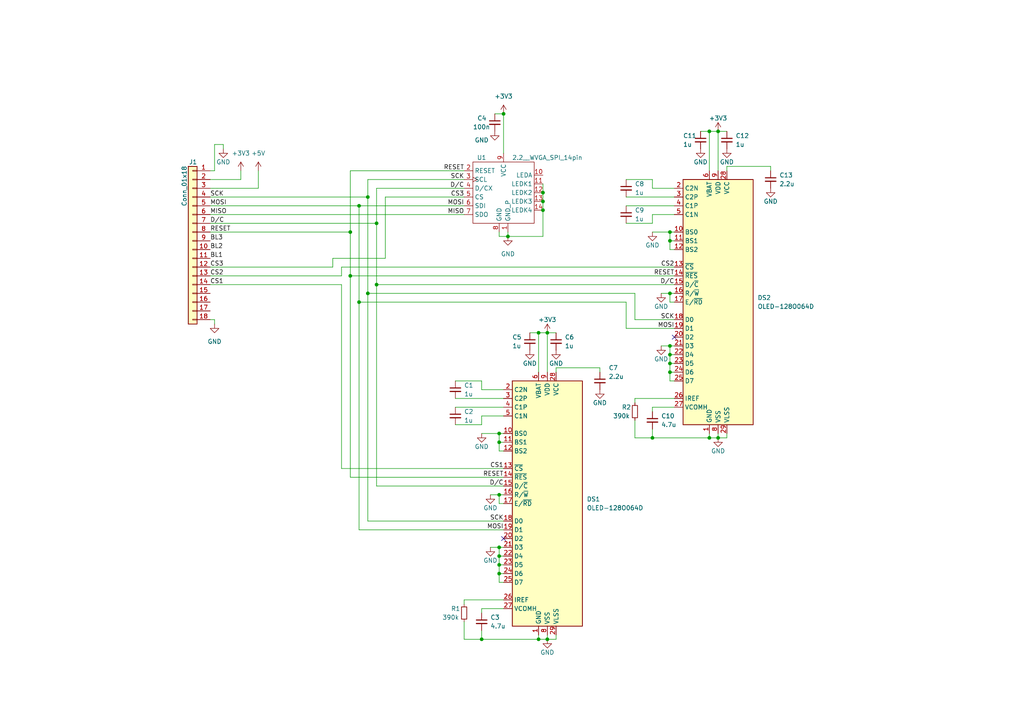
<source format=kicad_sch>
(kicad_sch (version 20211123) (generator eeschema)
  (paper "A4")
  (lib_symbols
    (symbol "Connector_Generic:Conn_01x18" (pin_names (offset 1.016) hide)
      (property "Reference" "J" (at 0 22.86 0))
      (property "Value" "Conn_01x18" (at 0 -25.4 0))
      (symbol "Conn_01x18_1_1"
        (rectangle (start -1.27 -22.733) (end 0 -22.987) (stroke (width 0.1524)))
        (rectangle (start -1.27 -20.193) (end 0 -20.447) (stroke (width 0.1524)))
        (rectangle (start -1.27 -17.653) (end 0 -17.907) (stroke (width 0.1524)))
        (rectangle (start -1.27 -15.113) (end 0 -15.367) (stroke (width 0.1524)))
        (rectangle (start -1.27 -12.573) (end 0 -12.827) (stroke (width 0.1524)))
        (rectangle (start -1.27 -10.033) (end 0 -10.287) (stroke (width 0.1524)))
        (rectangle (start -1.27 -7.493) (end 0 -7.747) (stroke (width 0.1524)))
        (rectangle (start -1.27 -4.953) (end 0 -5.207) (stroke (width 0.1524)))
        (rectangle (start -1.27 -2.413) (end 0 -2.667) (stroke (width 0.1524)))
        (rectangle (start -1.27 0.127) (end 0 -0.127) (stroke (width 0.1524)))
        (rectangle (start -1.27 2.667) (end 0 2.413) (stroke (width 0.1524)))
        (rectangle (start -1.27 5.207) (end 0 4.953) (stroke (width 0.1524)))
        (rectangle (start -1.27 7.747) (end 0 7.493) (stroke (width 0.1524)))
        (rectangle (start -1.27 10.287) (end 0 10.033) (stroke (width 0.1524)))
        (rectangle (start -1.27 12.827) (end 0 12.573) (stroke (width 0.1524)))
        (rectangle (start -1.27 15.367) (end 0 15.113) (stroke (width 0.1524)))
        (rectangle (start -1.27 17.907) (end 0 17.653) (stroke (width 0.1524)))
        (rectangle (start -1.27 20.447) (end 0 20.193) (stroke (width 0.1524)))
        (rectangle (start -1.27 21.59) (end 1.27 -24.13) (stroke (width 0.254)) (fill (type background)))
        (pin passive line (at -5.08 20.32 0) (length 3.81) (name "Pin_1") (number "1"))
        (pin passive line (at -5.08 -2.54 0) (length 3.81) (name "Pin_10") (number "10"))
        (pin passive line (at -5.08 -5.08 0) (length 3.81) (name "Pin_11") (number "11"))
        (pin passive line (at -5.08 -7.62 0) (length 3.81) (name "Pin_12") (number "12"))
        (pin passive line (at -5.08 -10.16 0) (length 3.81) (name "Pin_13") (number "13"))
        (pin passive line (at -5.08 -12.7 0) (length 3.81) (name "Pin_14") (number "14"))
        (pin passive line (at -5.08 -15.24 0) (length 3.81) (name "Pin_15") (number "15"))
        (pin passive line (at -5.08 -17.78 0) (length 3.81) (name "Pin_16") (number "16"))
        (pin passive line (at -5.08 -20.32 0) (length 3.81) (name "Pin_17") (number "17"))
        (pin passive line (at -5.08 -22.86 0) (length 3.81) (name "Pin_18") (number "18"))
        (pin passive line (at -5.08 17.78 0) (length 3.81) (name "Pin_2") (number "2"))
        (pin passive line (at -5.08 15.24 0) (length 3.81) (name "Pin_3") (number "3"))
        (pin passive line (at -5.08 12.7 0) (length 3.81) (name "Pin_4") (number "4"))
        (pin passive line (at -5.08 10.16 0) (length 3.81) (name "Pin_5") (number "5"))
        (pin passive line (at -5.08 7.62 0) (length 3.81) (name "Pin_6") (number "6"))
        (pin passive line (at -5.08 5.08 0) (length 3.81) (name "Pin_7") (number "7"))
        (pin passive line (at -5.08 2.54 0) (length 3.81) (name "Pin_8") (number "8"))
        (pin passive line (at -5.08 0 0) (length 3.81) (name "Pin_9") (number "9"))
      )
    )
    (symbol "Device:C_Small" (pin_numbers hide) (pin_names (offset 0.254) hide)
      (property "Reference" "C" (at 0.254 1.778 0))
      (property "Value" "C_Small" (at 0.254 -2.032 0))
      (symbol "C_Small_0_1"
        (polyline (pts (xy -1.524 -0.508) (xy 1.524 -0.508)) (stroke (width 0.3302)))
        (polyline (pts (xy -1.524 0.508) (xy 1.524 0.508)) (stroke (width 0.3048)))
      )
      (symbol "C_Small_1_1"
        (pin passive line (at 0 2.54 270) (length 2.032) (name "~") (number "1"))
        (pin passive line (at 0 -2.54 90) (length 2.032) (name "~") (number "2"))
      )
    )
    (symbol "Device:R_Small" (pin_numbers hide) (pin_names (offset 0.254) hide)
      (property "Reference" "R" (at 0.762 0.508 0))
      (property "Value" "R_Small" (at 0.762 -1.016 0))
      (symbol "R_Small_0_1"
        (rectangle (start -0.762 1.778) (end 0.762 -1.778) (stroke (width 0.2032)))
      )
      (symbol "R_Small_1_1"
        (pin passive line (at 0 2.54 270) (length 0.762) (name "~") (number "1"))
        (pin passive line (at 0 -2.54 90) (length 0.762) (name "~") (number "2"))
      )
    )
    (symbol "Display_Graphic:OLED-128O064D"
      (property "Reference" "DS" (at -10.16 38.1 0))
      (property "Value" "OLED-128O064D" (at 12.7 38.1 0))
      (symbol "OLED-128O064D_0_1"
        (rectangle (start -10.16 35.56) (end 10.16 -35.56) (stroke (width 0.254)) (fill (type background)))
      )
      (symbol "OLED-128O064D_1_1"
        (pin power_in line (at -2.54 -38.1 90) (length 2.54) (name "GND") (number "1"))
        (pin input line (at -12.7 20.32 0) (length 2.54) (name "BS0") (number "10"))
        (pin input line (at -12.7 17.78 0) (length 2.54) (name "BS1") (number "11"))
        (pin input line (at -12.7 15.24 0) (length 2.54) (name "BS2") (number "12"))
        (pin input line (at -12.7 10.16 0) (length 2.54) (name "~{CS}") (number "13"))
        (pin input line (at -12.7 7.62 0) (length 2.54) (name "~{RES}") (number "14"))
        (pin input line (at -12.7 5.08 0) (length 2.54) (name "D/~{C}") (number "15"))
        (pin input line (at -12.7 2.54 0) (length 2.54) (name "R/~{W}") (number "16"))
        (pin input line (at -12.7 0 0) (length 2.54) (name "E/~{RD}") (number "17"))
        (pin bidirectional line (at -12.7 -5.08 0) (length 2.54) (name "D0") (number "18"))
        (pin bidirectional line (at -12.7 -7.62 0) (length 2.54) (name "D1") (number "19"))
        (pin passive line (at -12.7 33.02 0) (length 2.54) (name "C2N") (number "2"))
        (pin bidirectional line (at -12.7 -10.16 0) (length 2.54) (name "D2") (number "20"))
        (pin bidirectional line (at -12.7 -12.7 0) (length 2.54) (name "D3") (number "21"))
        (pin bidirectional line (at -12.7 -15.24 0) (length 2.54) (name "D4") (number "22"))
        (pin bidirectional line (at -12.7 -17.78 0) (length 2.54) (name "D5") (number "23"))
        (pin bidirectional line (at -12.7 -20.32 0) (length 2.54) (name "D6") (number "24"))
        (pin bidirectional line (at -12.7 -22.86 0) (length 2.54) (name "D7") (number "25"))
        (pin passive line (at -12.7 -27.94 0) (length 2.54) (name "IREF") (number "26"))
        (pin passive line (at -12.7 -30.48 0) (length 2.54) (name "VCOMH") (number "27"))
        (pin power_in line (at 2.54 38.1 270) (length 2.54) (name "VCC") (number "28"))
        (pin power_in line (at 2.54 -38.1 90) (length 2.54) (name "VLSS") (number "29"))
        (pin passive line (at -12.7 30.48 0) (length 2.54) (name "C2P") (number "3"))
        (pin passive line (at -2.54 -38.1 90) (length 2.54) hide (name "GND") (number "30"))
        (pin passive line (at -12.7 27.94 0) (length 2.54) (name "C1P") (number "4"))
        (pin passive line (at -12.7 25.4 0) (length 2.54) (name "C1N") (number "5"))
        (pin power_in line (at -2.54 38.1 270) (length 2.54) (name "VBAT") (number "6"))
        (pin no_connect line (at 10.16 0 180) (length 2.54) hide (name "NC") (number "7"))
        (pin power_in line (at 0 -38.1 90) (length 2.54) (name "VSS") (number "8"))
        (pin power_in line (at 0 38.1 270) (length 2.54) (name "VDD") (number "9"))
      )
    )
    (symbol "LEDs:2.2__WVGA_SPI_14pin"
      (property "Reference" "U" (at 3.81 15.24 0))
      (property "Value" "2.2__WVGA_SPI_14pin" (at 12.7 12.7 0))
      (symbol "2.2__WVGA_SPI_14pin_0_1"
        (rectangle (start -8.89 8.89) (end 8.89 -8.89) (stroke (width 0.1524)))
      )
      (symbol "2.2__WVGA_SPI_14pin_1_1"
        (pin power_in line (at -1.27 -11.43 90) (length 2.54) (name "GND_P") (number "1"))
        (pin power_in line (at -11.43 5.08 0) (length 2.54) (name "LEDA") (number "10"))
        (pin power_in line (at -11.43 2.54 0) (length 2.54) (name "LEDK1") (number "11"))
        (pin power_in line (at -11.43 0 0) (length 2.54) (name "LEDK2") (number "12"))
        (pin power_in line (at -11.43 -2.54 0) (length 2.54) (name "LEDK3") (number "13"))
        (pin power_in line (at -11.43 -5.08 0) (length 2.54) (name "LEDK4") (number "14"))
        (pin input line (at 11.43 6.35 180) (length 2.54) (name "RESET") (number "2"))
        (pin input clock (at 11.43 3.81 180) (length 2.54) (name "SCL") (number "3"))
        (pin input line (at 11.43 1.27 180) (length 2.54) (name "D/CX") (number "4"))
        (pin input line (at 11.43 -1.27 180) (length 2.54) (name "CS") (number "5"))
        (pin input line (at 11.43 -3.81 180) (length 2.54) (name "SDI") (number "6"))
        (pin output line (at 11.43 -6.35 180) (length 2.54) (name "SDO") (number "7"))
        (pin power_in line (at 1.27 -11.43 90) (length 2.54) (name "GND") (number "8"))
        (pin power_in line (at 0 11.43 270) (length 2.54) (name "VCC") (number "9"))
      )
    )
    (symbol "power:+3V3" (power) (pin_names (offset 0))
      (property "Value" "+3V3" (at 0 3.556 0))
      (symbol "+3V3_0_1"
        (polyline (pts (xy -0.762 1.27) (xy 0 2.54)))
        (polyline (pts (xy 0 0) (xy 0 2.54)))
        (polyline (pts (xy 0 2.54) (xy 0.762 1.27)))
      )
      (symbol "+3V3_1_1"
        (pin power_in line (at 0 0 90) (length 0) hide (name "+3V3") (number "1"))
      )
    )
    (symbol "power:+5V" (power) (pin_names (offset 0))
      (property "Value" "+5V" (at 0 3.556 0))
      (symbol "+5V_0_1"
        (polyline (pts (xy -0.762 1.27) (xy 0 2.54)))
        (polyline (pts (xy 0 0) (xy 0 2.54)))
        (polyline (pts (xy 0 2.54) (xy 0.762 1.27)))
      )
      (symbol "+5V_1_1"
        (pin power_in line (at 0 0 90) (length 0) hide (name "+5V") (number "1"))
      )
    )
    (symbol "power:GND" (power) (pin_names (offset 0))
      (property "Value" "GND" (at 0 -3.81 0))
      (symbol "GND_0_1"
        (polyline (pts (xy 0 0) (xy 0 -1.27) (xy 1.27 -1.27) (xy 0 -2.54) (xy -1.27 -1.27) (xy 0 -1.27)))
      )
      (symbol "GND_1_1"
        (pin power_in line (at 0 0 270) (length 0) hide (name "GND") (number "1"))
      )
    )
  )
  (junction (at 205.74 38.1))
  (junction (at 194.31 69.85))
  (junction (at 158.75 96.52))
  (junction (at 194.31 100.33))
  (junction (at 208.28 38.1))
  (junction (at 205.74 127))
  (junction (at 144.78 128.27))
  (junction (at 101.6 67.31))
  (junction (at 139.7 185.42))
  (junction (at 157.48 58.42))
  (junction (at 194.31 107.95))
  (junction (at 101.6 80.01))
  (junction (at 194.31 105.41))
  (junction (at 144.78 166.37))
  (junction (at 194.31 67.31))
  (junction (at 194.31 102.87))
  (junction (at 157.48 60.96))
  (junction (at 156.21 96.52))
  (junction (at 104.14 87.63))
  (junction (at 144.78 158.75))
  (junction (at 109.22 64.77))
  (junction (at 144.78 161.29))
  (junction (at 189.23 127))
  (junction (at 208.28 127))
  (junction (at 104.14 59.69))
  (junction (at 106.68 57.15))
  (junction (at 144.78 125.73))
  (junction (at 144.78 163.83))
  (junction (at 147.32 68.58))
  (junction (at 106.68 85.09))
  (junction (at 146.05 33.02))
  (junction (at 109.22 82.55))
  (junction (at 158.75 185.42))
  (junction (at 144.78 143.51))
  (junction (at 157.48 55.88))
  (junction (at 194.31 85.09))
  (junction (at 156.21 185.42))
  (no_connect (at 195.58 97.79))
  (no_connect (at 146.05 156.21))
  (wire (pts (xy 132.08 110.49) (xy 139.7 110.49)))
  (wire (pts (xy 109.22 54.61) (xy 109.22 64.77)))
  (wire (pts (xy 69.85 49.53) (xy 69.85 52.07)))
  (wire (pts (xy 205.74 38.1) (xy 208.28 38.1)))
  (wire (pts (xy 195.58 85.09) (xy 194.31 85.09)))
  (wire (pts (xy 101.6 49.53) (xy 134.62 49.53)))
  (wire (pts (xy 109.22 140.97) (xy 146.05 140.97)))
  (wire (pts (xy 210.82 125.73) (xy 210.82 127)))
  (wire (pts (xy 156.21 96.52) (xy 156.21 107.95)))
  (wire (pts (xy 60.96 49.53) (xy 62.23 49.53)))
  (wire (pts (xy 146.05 143.51) (xy 144.78 143.51)))
  (wire (pts (xy 109.22 82.55) (xy 109.22 140.97)))
  (wire (pts (xy 184.15 127) (xy 184.15 121.92)))
  (wire (pts (xy 139.7 110.49) (xy 139.7 113.03)))
  (wire (pts (xy 104.14 59.69) (xy 104.14 87.63)))
  (wire (pts (xy 69.85 52.07) (xy 60.96 52.07)))
  (wire (pts (xy 189.23 118.11) (xy 189.23 119.38)))
  (wire (pts (xy 181.61 64.77) (xy 189.23 64.77)))
  (wire (pts (xy 101.6 80.01) (xy 195.58 80.01)))
  (wire (pts (xy 208.28 38.1) (xy 210.82 38.1)))
  (wire (pts (xy 62.23 92.71) (xy 62.23 93.98)))
  (wire (pts (xy 99.06 80.01) (xy 60.96 80.01)))
  (wire (pts (xy 144.78 146.05) (xy 146.05 146.05)))
  (wire (pts (xy 139.7 123.19) (xy 139.7 120.65)))
  (wire (pts (xy 194.31 85.09) (xy 194.31 87.63)))
  (wire (pts (xy 132.08 123.19) (xy 139.7 123.19)))
  (wire (pts (xy 161.29 106.68) (xy 173.99 106.68)))
  (wire (pts (xy 205.74 127) (xy 205.74 125.73)))
  (wire (pts (xy 210.82 49.53) (xy 210.82 48.26)))
  (wire (pts (xy 189.23 52.07) (xy 189.23 54.61)))
  (wire (pts (xy 157.48 53.34) (xy 157.48 55.88)))
  (wire (pts (xy 158.75 184.15) (xy 158.75 185.42)))
  (wire (pts (xy 132.08 115.57) (xy 146.05 115.57)))
  (wire (pts (xy 60.96 67.31) (xy 101.6 67.31)))
  (wire (pts (xy 60.96 62.23) (xy 134.62 62.23)))
  (wire (pts (xy 142.24 143.51) (xy 144.78 143.51)))
  (wire (pts (xy 195.58 82.55) (xy 109.22 82.55)))
  (wire (pts (xy 156.21 96.52) (xy 158.75 96.52)))
  (wire (pts (xy 139.7 185.42) (xy 134.62 185.42)))
  (wire (pts (xy 134.62 54.61) (xy 109.22 54.61)))
  (wire (pts (xy 161.29 107.95) (xy 161.29 106.68)))
  (wire (pts (xy 144.78 166.37) (xy 146.05 166.37)))
  (wire (pts (xy 161.29 185.42) (xy 158.75 185.42)))
  (wire (pts (xy 62.23 41.91) (xy 62.23 49.53)))
  (wire (pts (xy 194.31 87.63) (xy 195.58 87.63)))
  (wire (pts (xy 205.74 127) (xy 189.23 127)))
  (wire (pts (xy 210.82 127) (xy 208.28 127)))
  (wire (pts (xy 101.6 67.31) (xy 101.6 80.01)))
  (wire (pts (xy 139.7 176.53) (xy 139.7 177.8)))
  (wire (pts (xy 146.05 128.27) (xy 144.78 128.27)))
  (wire (pts (xy 60.96 82.55) (xy 99.06 82.55)))
  (wire (pts (xy 157.48 55.88) (xy 157.48 58.42)))
  (wire (pts (xy 195.58 115.57) (xy 184.15 115.57)))
  (wire (pts (xy 144.78 161.29) (xy 146.05 161.29)))
  (wire (pts (xy 134.62 173.99) (xy 134.62 175.26)))
  (wire (pts (xy 157.48 58.42) (xy 157.48 60.96)))
  (wire (pts (xy 96.52 77.47) (xy 60.96 77.47)))
  (wire (pts (xy 144.78 130.81) (xy 144.78 128.27)))
  (wire (pts (xy 146.05 158.75) (xy 144.78 158.75)))
  (wire (pts (xy 144.78 67.31) (xy 144.78 68.58)))
  (wire (pts (xy 161.29 184.15) (xy 161.29 185.42)))
  (wire (pts (xy 157.48 60.96) (xy 157.48 68.58)))
  (wire (pts (xy 74.93 54.61) (xy 74.93 49.53)))
  (wire (pts (xy 210.82 48.26) (xy 223.52 48.26)))
  (wire (pts (xy 109.22 64.77) (xy 109.22 82.55)))
  (wire (pts (xy 139.7 185.42) (xy 139.7 182.88)))
  (wire (pts (xy 99.06 82.55) (xy 99.06 135.89)))
  (wire (pts (xy 143.51 33.02) (xy 146.05 33.02)))
  (wire (pts (xy 147.32 67.31) (xy 147.32 68.58)))
  (wire (pts (xy 194.31 102.87) (xy 194.31 105.41)))
  (wire (pts (xy 106.68 85.09) (xy 106.68 151.13)))
  (wire (pts (xy 106.68 85.09) (xy 184.15 85.09)))
  (wire (pts (xy 144.78 163.83) (xy 146.05 163.83)))
  (wire (pts (xy 195.58 72.39) (xy 194.31 72.39)))
  (wire (pts (xy 144.78 168.91) (xy 146.05 168.91)))
  (wire (pts (xy 195.58 92.71) (xy 184.15 92.71)))
  (wire (pts (xy 153.67 96.52) (xy 156.21 96.52)))
  (wire (pts (xy 146.05 33.02) (xy 146.05 44.45)))
  (wire (pts (xy 194.31 107.95) (xy 194.31 110.49)))
  (wire (pts (xy 156.21 185.42) (xy 139.7 185.42)))
  (wire (pts (xy 139.7 113.03) (xy 146.05 113.03)))
  (wire (pts (xy 191.77 100.33) (xy 194.31 100.33)))
  (wire (pts (xy 144.78 163.83) (xy 144.78 166.37)))
  (wire (pts (xy 194.31 105.41) (xy 194.31 107.95)))
  (wire (pts (xy 205.74 38.1) (xy 205.74 49.53)))
  (wire (pts (xy 144.78 128.27) (xy 144.78 125.73)))
  (wire (pts (xy 181.61 52.07) (xy 189.23 52.07)))
  (wire (pts (xy 194.31 110.49) (xy 195.58 110.49)))
  (wire (pts (xy 64.77 41.91) (xy 64.77 43.18)))
  (wire (pts (xy 208.28 127) (xy 205.74 127)))
  (wire (pts (xy 134.62 57.15) (xy 111.76 57.15)))
  (wire (pts (xy 189.23 127) (xy 189.23 124.46)))
  (wire (pts (xy 96.52 74.93) (xy 96.52 77.47)))
  (wire (pts (xy 60.96 64.77) (xy 109.22 64.77)))
  (wire (pts (xy 142.24 158.75) (xy 144.78 158.75)))
  (wire (pts (xy 139.7 125.73) (xy 144.78 125.73)))
  (wire (pts (xy 181.61 59.69) (xy 195.58 59.69)))
  (wire (pts (xy 146.05 173.99) (xy 134.62 173.99)))
  (wire (pts (xy 173.99 106.68) (xy 173.99 107.95)))
  (wire (pts (xy 99.06 77.47) (xy 195.58 77.47)))
  (wire (pts (xy 60.96 59.69) (xy 104.14 59.69)))
  (wire (pts (xy 60.96 92.71) (xy 62.23 92.71)))
  (wire (pts (xy 194.31 100.33) (xy 194.31 102.87)))
  (wire (pts (xy 144.78 125.73) (xy 146.05 125.73)))
  (wire (pts (xy 144.78 161.29) (xy 144.78 163.83)))
  (wire (pts (xy 99.06 77.47) (xy 99.06 80.01)))
  (wire (pts (xy 189.23 54.61) (xy 195.58 54.61)))
  (wire (pts (xy 195.58 69.85) (xy 194.31 69.85)))
  (wire (pts (xy 194.31 105.41) (xy 195.58 105.41)))
  (wire (pts (xy 60.96 54.61) (xy 74.93 54.61)))
  (wire (pts (xy 195.58 100.33) (xy 194.31 100.33)))
  (wire (pts (xy 144.78 68.58) (xy 147.32 68.58)))
  (wire (pts (xy 158.75 96.52) (xy 158.75 107.95)))
  (wire (pts (xy 144.78 143.51) (xy 144.78 146.05)))
  (wire (pts (xy 134.62 59.69) (xy 104.14 59.69)))
  (wire (pts (xy 134.62 52.07) (xy 106.68 52.07)))
  (wire (pts (xy 101.6 67.31) (xy 101.6 49.53)))
  (wire (pts (xy 111.76 74.93) (xy 96.52 74.93)))
  (wire (pts (xy 191.77 85.09) (xy 194.31 85.09)))
  (wire (pts (xy 147.32 68.58) (xy 157.48 68.58)))
  (wire (pts (xy 104.14 153.67) (xy 146.05 153.67)))
  (wire (pts (xy 208.28 125.73) (xy 208.28 127)))
  (wire (pts (xy 194.31 67.31) (xy 195.58 67.31)))
  (wire (pts (xy 62.23 41.91) (xy 64.77 41.91)))
  (wire (pts (xy 104.14 87.63) (xy 181.61 87.63)))
  (wire (pts (xy 195.58 95.25) (xy 181.61 95.25)))
  (wire (pts (xy 194.31 69.85) (xy 194.31 67.31)))
  (wire (pts (xy 144.78 166.37) (xy 144.78 168.91)))
  (wire (pts (xy 99.06 135.89) (xy 146.05 135.89)))
  (wire (pts (xy 146.05 176.53) (xy 139.7 176.53)))
  (wire (pts (xy 106.68 52.07) (xy 106.68 57.15)))
  (wire (pts (xy 132.08 118.11) (xy 146.05 118.11)))
  (wire (pts (xy 158.75 96.52) (xy 161.29 96.52)))
  (wire (pts (xy 203.2 38.1) (xy 205.74 38.1)))
  (wire (pts (xy 156.21 185.42) (xy 156.21 184.15)))
  (wire (pts (xy 184.15 92.71) (xy 184.15 85.09)))
  (wire (pts (xy 60.96 57.15) (xy 106.68 57.15)))
  (wire (pts (xy 189.23 62.23) (xy 195.58 62.23)))
  (wire (pts (xy 146.05 130.81) (xy 144.78 130.81)))
  (wire (pts (xy 106.68 57.15) (xy 106.68 85.09)))
  (wire (pts (xy 189.23 64.77) (xy 189.23 62.23)))
  (wire (pts (xy 134.62 185.42) (xy 134.62 180.34)))
  (wire (pts (xy 189.23 127) (xy 184.15 127)))
  (wire (pts (xy 104.14 87.63) (xy 104.14 153.67)))
  (wire (pts (xy 101.6 80.01) (xy 101.6 138.43)))
  (wire (pts (xy 223.52 48.26) (xy 223.52 49.53)))
  (wire (pts (xy 181.61 95.25) (xy 181.61 87.63)))
  (wire (pts (xy 208.28 38.1) (xy 208.28 49.53)))
  (wire (pts (xy 101.6 138.43) (xy 146.05 138.43)))
  (wire (pts (xy 194.31 102.87) (xy 195.58 102.87)))
  (wire (pts (xy 106.68 151.13) (xy 146.05 151.13)))
  (wire (pts (xy 184.15 115.57) (xy 184.15 116.84)))
  (wire (pts (xy 181.61 57.15) (xy 195.58 57.15)))
  (wire (pts (xy 194.31 107.95) (xy 195.58 107.95)))
  (wire (pts (xy 139.7 120.65) (xy 146.05 120.65)))
  (wire (pts (xy 189.23 67.31) (xy 194.31 67.31)))
  (wire (pts (xy 111.76 57.15) (xy 111.76 74.93)))
  (wire (pts (xy 194.31 72.39) (xy 194.31 69.85)))
  (wire (pts (xy 144.78 158.75) (xy 144.78 161.29)))
  (wire (pts (xy 195.58 118.11) (xy 189.23 118.11)))
  (wire (pts (xy 158.75 185.42) (xy 156.21 185.42)))
  (label "BL1" (at 60.96 74.93 0))
  (label "SCK" (at 60.96 57.15 0))
  (label "CS3" (at 60.96 77.47 0))
  (label "BL3" (at 60.96 69.85 0))
  (label "CS2" (at 60.96 80.01 0))
  (label "D{slash}C" (at 60.96 64.77 0))
  (label "RESET" (at 134.62 49.53 180))
  (label "MISO" (at 60.96 62.23 0))
  (label "D{slash}C" (at 146.05 140.97 180))
  (label "D{slash}C" (at 134.62 54.61 180))
  (label "CS2" (at 195.58 77.47 180))
  (label "D{slash}C" (at 195.58 82.55 180))
  (label "MISO" (at 134.62 62.23 180))
  (label "SCK" (at 134.62 52.07 180))
  (label "RESET" (at 146.05 138.43 180))
  (label "SCK" (at 195.58 92.71 180))
  (label "RESET" (at 60.96 67.31 0))
  (label "MOSI" (at 134.62 59.69 180))
  (label "CS3" (at 134.62 57.15 180))
  (label "CS1" (at 146.05 135.89 180))
  (label "MOSI" (at 195.58 95.25 180))
  (label "BL2" (at 60.96 72.39 0))
  (label "RESET" (at 195.58 80.01 180))
  (label "CS1" (at 60.96 82.55 0))
  (label "MOSI" (at 60.96 59.69 0))
  (label "MOSI" (at 146.05 153.67 180))
  (label "SCK" (at 146.05 151.13 180))
  (symbol (lib_id "Device:R_Small") (at 184.15 119.38 0) (unit 1)
    (property "Reference" "R2" (at 180.34 118.11 0) (effects (justify left)))
    (property "Value" "390k" (at 177.8 120.65 0) (effects (justify left)))
    (property "Footprint" "Resistor_SMD:R_0805_2012Metric_Pad1.20x1.40mm_HandSolder" (effects hide))
  )
  (symbol (lib_id "power:+5V") (at 74.93 49.53 0) (unit 1)
    (property "Reference" "#PWR?" (effects hide))
    (property "Value" "+5V" (at 74.93 44.45 0))
  )
  (symbol (lib_id "Display_Graphic:OLED-128O064D") (at 208.28 87.63 0) (unit 1)
    (property "Reference" "DS2" (at 219.71 86.3599 0) (effects (justify left)))
    (property "Value" "OLED-128O064D" (at 219.71 88.8999 0) (effects (justify left)))
    (property "Footprint" "Display:OLED-128O064D" (effects hide))
    (property "Datasheet" "https://www.vishay.com/docs/37902/oled128o064dbpp3n00000.pdf" (effects hide))
  )
  (symbol (lib_id "Device:C_Small") (at 173.99 110.49 0) (unit 1)
    (property "Reference" "C7" (at 176.53 106.6862 0) (effects (justify left)))
    (property "Value" "2.2u" (at 176.53 109.2262 0) (effects (justify left)))
    (property "Footprint" "Capacitor_SMD:C_0805_2012Metric_Pad1.18x1.45mm_HandSolder" (effects hide))
  )
  (symbol (lib_id "power:GND") (at 143.51 38.1 0) (unit 1)
    (property "Reference" "#PWR07" (effects hide))
    (property "Value" "GND" (at 139.7 40.64 0))
  )
  (symbol (lib_id "power:GND") (at 203.2 43.18 0) (unit 1)
    (property "Reference" "#PWR018" (effects hide))
    (property "Value" "GND" (at 203.2 46.99 0))
  )
  (symbol (lib_id "power:GND") (at 191.77 85.09 0) (unit 1)
    (property "Reference" "#PWR016" (effects hide))
    (property "Value" "GND" (at 191.77 88.9 0))
  )
  (symbol (lib_id "power:GND") (at 223.52 54.61 0) (unit 1)
    (property "Reference" "#PWR022" (effects hide))
    (property "Value" "GND" (at 223.52 58.42 0))
  )
  (symbol (lib_id "Connector_Generic:Conn_01x18") (at 55.88 69.85 0) (mirror y) (unit 1)
    (property "Reference" "J1" (at 56.007 46.99 0))
    (property "Value" "Conn_01x18" (at 53.467 53.975 90))
    (property "Footprint" "Connector_PinSocket_2.54mm:PinSocket_1x18_P2.54mm_Vertical" (effects hide))
  )
  (symbol (lib_id "power:+3V3") (at 208.28 38.1 0) (unit 1)
    (property "Reference" "#PWR019" (effects hide))
    (property "Value" "+3V3" (at 208.28 34.29 0))
  )
  (symbol (lib_id "power:GND") (at 62.23 93.98 0) (unit 1)
    (property "Reference" "#PWR01" (effects hide))
    (property "Value" "GND" (at 62.23 99.06 0))
  )
  (symbol (lib_id "power:GND") (at 147.32 68.58 0) (unit 1)
    (property "Reference" "#PWR09" (effects hide))
    (property "Value" "GND" (at 147.32 73.66 0))
  )
  (symbol (lib_id "power:GND") (at 210.82 43.18 0) (unit 1)
    (property "Reference" "#PWR021" (effects hide))
    (property "Value" "GND" (at 210.82 46.99 0))
  )
  (symbol (lib_id "Device:C_Small") (at 181.61 54.61 0) (unit 1)
    (property "Reference" "C8" (at 184.15 53.3462 0) (effects (justify left)))
    (property "Value" "1u" (at 184.15 55.8862 0) (effects (justify left)))
    (property "Footprint" "Capacitor_SMD:C_0805_2012Metric_Pad1.18x1.45mm_HandSolder" (effects hide))
  )
  (symbol (lib_id "power:GND") (at 173.99 113.03 0) (unit 1)
    (property "Reference" "#PWR014" (effects hide))
    (property "Value" "GND" (at 173.99 116.84 0))
  )
  (symbol (lib_id "Device:C_Small") (at 139.7 180.34 0) (unit 1)
    (property "Reference" "C3" (at 142.24 179.0762 0) (effects (justify left)))
    (property "Value" "4.7u" (at 142.24 181.61 0) (effects (justify left)))
    (property "Footprint" "Capacitor_SMD:C_0805_2012Metric_Pad1.18x1.45mm_HandSolder" (effects hide))
  )
  (symbol (lib_id "Device:C_Small") (at 203.2 40.64 0) (unit 1)
    (property "Reference" "C11" (at 198.12 39.37 0) (effects (justify left)))
    (property "Value" "1u" (at 198.12 41.91 0) (effects (justify left)))
    (property "Footprint" "Capacitor_SMD:C_0805_2012Metric_Pad1.18x1.45mm_HandSolder" (effects hide))
  )
  (symbol (lib_id "power:GND") (at 191.77 100.33 0) (unit 1)
    (property "Reference" "#PWR017" (effects hide))
    (property "Value" "GND" (at 191.77 104.14 0))
  )
  (symbol (lib_id "Device:C_Small") (at 132.08 120.65 0) (unit 1)
    (property "Reference" "C2" (at 134.62 119.3862 0) (effects (justify left)))
    (property "Value" "1u" (at 134.62 121.9262 0) (effects (justify left)))
    (property "Footprint" "Capacitor_SMD:C_0805_2012Metric_Pad1.18x1.45mm_HandSolder" (effects hide))
  )
  (symbol (lib_id "power:GND") (at 142.24 143.51 0) (unit 1)
    (property "Reference" "#PWR05" (effects hide))
    (property "Value" "GND" (at 142.24 147.32 0))
  )
  (symbol (lib_id "Device:C_Small") (at 189.23 121.92 0) (unit 1)
    (property "Reference" "C10" (at 191.77 120.6562 0) (effects (justify left)))
    (property "Value" "4.7u" (at 191.77 123.19 0) (effects (justify left)))
    (property "Footprint" "Capacitor_SMD:C_0805_2012Metric_Pad1.18x1.45mm_HandSolder" (effects hide))
  )
  (symbol (lib_id "power:+3V3") (at 69.85 49.53 0) (unit 1)
    (property "Reference" "#PWR03" (effects hide))
    (property "Value" "+3V3" (at 69.85 44.45 0))
  )
  (symbol (lib_id "Device:R_Small") (at 134.62 177.8 0) (unit 1)
    (property "Reference" "R1" (at 130.81 176.53 0) (effects (justify left)))
    (property "Value" "390k" (at 128.27 179.07 0) (effects (justify left)))
    (property "Footprint" "Resistor_SMD:R_0805_2012Metric_Pad1.20x1.40mm_HandSolder" (effects hide))
  )
  (symbol (lib_id "power:GND") (at 153.67 101.6 0) (unit 1)
    (property "Reference" "#PWR010" (effects hide))
    (property "Value" "GND" (at 153.67 105.41 0))
  )
  (symbol (lib_id "power:+3V3") (at 158.75 96.52 0) (unit 1)
    (property "Reference" "#PWR011" (effects hide))
    (property "Value" "+3V3" (at 158.75 92.71 0))
  )
  (symbol (lib_id "power:GND") (at 64.77 43.18 0) (unit 1)
    (property "Reference" "#PWR02" (effects hide))
    (property "Value" "GND" (at 64.77 46.99 0))
  )
  (symbol (lib_id "power:GND") (at 139.7 125.73 0) (unit 1)
    (property "Reference" "#PWR04" (effects hide))
    (property "Value" "GND" (at 139.7 129.54 0))
  )
  (symbol (lib_id "Device:C_Small") (at 161.29 99.06 0) (unit 1)
    (property "Reference" "C6" (at 163.83 97.7962 0) (effects (justify left)))
    (property "Value" "1u" (at 163.83 100.3362 0) (effects (justify left)))
    (property "Footprint" "Capacitor_SMD:C_0805_2012Metric_Pad1.18x1.45mm_HandSolder" (effects hide))
  )
  (symbol (lib_id "Display_Graphic:OLED-128O064D") (at 158.75 146.05 0) (unit 1)
    (property "Reference" "DS1" (at 170.18 144.7799 0) (effects (justify left)))
    (property "Value" "OLED-128O064D" (at 170.18 147.3199 0) (effects (justify left)))
    (property "Footprint" "Display:OLED-128O064D" (effects hide))
    (property "Datasheet" "https://www.vishay.com/docs/37902/oled128o064dbpp3n00000.pdf" (effects hide))
  )
  (symbol (lib_id "power:GND") (at 161.29 101.6 0) (unit 1)
    (property "Reference" "#PWR013" (effects hide))
    (property "Value" "GND" (at 161.29 105.41 0))
  )
  (symbol (lib_id "power:GND") (at 158.75 185.42 0) (unit 1)
    (property "Reference" "#PWR012" (effects hide))
    (property "Value" "GND" (at 158.75 189.23 0))
  )
  (symbol (lib_id "Device:C_Small") (at 132.08 113.03 0) (unit 1)
    (property "Reference" "C1" (at 134.62 111.7662 0) (effects (justify left)))
    (property "Value" "1u" (at 134.62 114.3062 0) (effects (justify left)))
    (property "Footprint" "Capacitor_SMD:C_0805_2012Metric_Pad1.18x1.45mm_HandSolder" (effects hide))
  )
  (symbol (lib_id "power:GND") (at 142.24 158.75 0) (unit 1)
    (property "Reference" "#PWR06" (effects hide))
    (property "Value" "GND" (at 142.24 162.56 0))
  )
  (symbol (lib_id "power:GND") (at 189.23 67.31 0) (unit 1)
    (property "Reference" "#PWR015" (effects hide))
    (property "Value" "GND" (at 189.23 71.12 0))
  )
  (symbol (lib_id "Device:C_Small") (at 143.51 35.56 0) (unit 1)
    (property "Reference" "C4" (at 138.43 34.29 0) (effects (justify left)))
    (property "Value" "100n" (at 137.16 36.83 0) (effects (justify left)))
    (property "Footprint" "Capacitor_SMD:C_0805_2012Metric_Pad1.18x1.45mm_HandSolder" (effects hide))
  )
  (symbol (lib_id "Device:C_Small") (at 223.52 52.07 0) (unit 1)
    (property "Reference" "C13" (at 226.06 50.8062 0) (effects (justify left)))
    (property "Value" "2.2u" (at 226.06 53.3462 0) (effects (justify left)))
    (property "Footprint" "Capacitor_SMD:C_0805_2012Metric_Pad1.18x1.45mm_HandSolder" (effects hide))
  )
  (symbol (lib_id "Device:C_Small") (at 181.61 62.23 0) (unit 1)
    (property "Reference" "C9" (at 184.15 60.9662 0) (effects (justify left)))
    (property "Value" "1u" (at 184.15 63.5062 0) (effects (justify left)))
    (property "Footprint" "Capacitor_SMD:C_0805_2012Metric_Pad1.18x1.45mm_HandSolder" (effects hide))
  )
  (symbol (lib_id "power:+3V3") (at 146.05 33.02 0) (unit 1)
    (property "Reference" "#PWR08" (effects hide))
    (property "Value" "+3V3" (at 146.05 27.94 0))
  )
  (symbol (lib_id "Device:C_Small") (at 153.67 99.06 0) (unit 1)
    (property "Reference" "C5" (at 148.59 97.79 0) (effects (justify left)))
    (property "Value" "1u" (at 148.59 100.33 0) (effects (justify left)))
    (property "Footprint" "Capacitor_SMD:C_0805_2012Metric_Pad1.18x1.45mm_HandSolder" (effects hide))
  )
  (symbol (lib_id "power:GND") (at 208.28 127 0) (unit 1)
    (property "Reference" "#PWR020" (effects hide))
    (property "Value" "GND" (at 208.28 130.81 0))
  )
  (symbol (lib_id "LEDs:2.2__WVGA_SPI_14pin") (at 146.05 55.88 0) (mirror y) (unit 1)
    (property "Reference" "U1" (at 139.7 45.72 0))
    (property "Value" "2.2__WVGA_SPI_14pin" (at 158.75 45.72 0))
    (property "Footprint" "LEDs:2.2_wvga_spi" (effects hide))
  )
  (symbol (lib_id "Device:C_Small") (at 210.82 40.64 0) (unit 1)
    (property "Reference" "C12" (at 213.36 39.3762 0) (effects (justify left)))
    (property "Value" "1u" (at 213.36 41.9162 0) (effects (justify left)))
    (property "Footprint" "Capacitor_SMD:C_0805_2012Metric_Pad1.18x1.45mm_HandSolder" (effects hide))
  )
)
</source>
